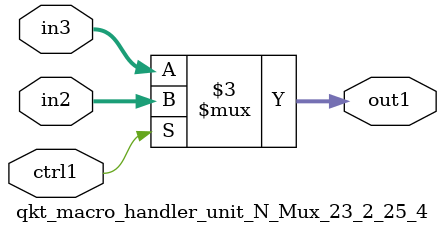
<source format=v>

`timescale 1ps / 1ps


module qkt_macro_handler_unit_N_Mux_23_2_25_4( in3, in2, ctrl1, out1 );

    input [22:0] in3;
    input [22:0] in2;
    input ctrl1;
    output [22:0] out1;
    reg [22:0] out1;

    
    // rtl_process:qkt_macro_handler_unit_N_Mux_23_2_25_4/qkt_macro_handler_unit_N_Mux_23_2_25_4_thread_1
    always @*
      begin : qkt_macro_handler_unit_N_Mux_23_2_25_4_thread_1
        case (ctrl1) 
          1'b1: 
            begin
              out1 = in2;
            end
          default: 
            begin
              out1 = in3;
            end
        endcase
      end

endmodule


</source>
